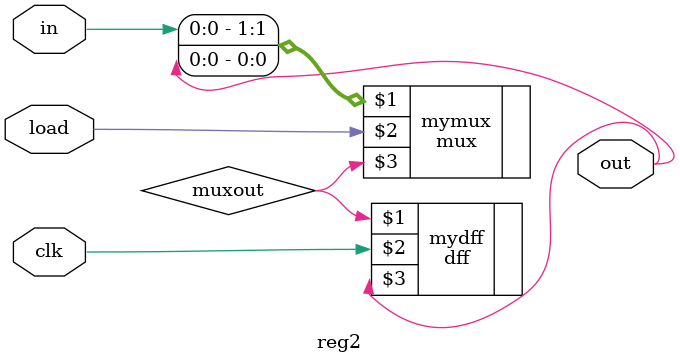
<source format=v>
module reg2(
input in, 
input clk,
input load,
output out);

  wire muxout;
  
  mux mymux({in,out},load,muxout);
  dff mydff(muxout,clk,out);

endmodule

</source>
